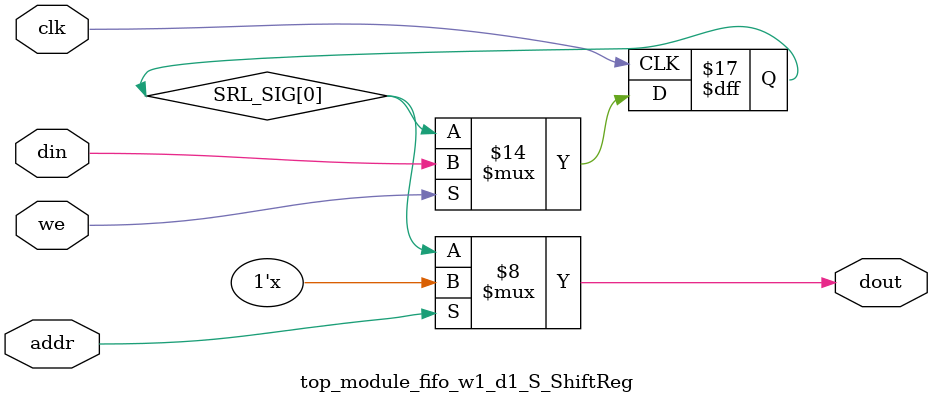
<source format=v>

`timescale 1 ns / 1 ps

module top_module_fifo_w1_d1_S
#(parameter
    MEM_STYLE   = "shiftReg",
    DATA_WIDTH  = 1,
    ADDR_WIDTH  = 1,
    DEPTH       = 1)
(
    // system signal
    input  wire                  clk,
    input  wire                  reset,

    // write
    output wire                  if_full_n,
    input  wire                  if_write_ce,
    input  wire                  if_write,
    input  wire [DATA_WIDTH-1:0] if_din,
    
    // read 
    output wire [ADDR_WIDTH:0]   if_num_data_valid, // for FRP
    output wire [ADDR_WIDTH:0]   if_fifo_cap,       // for FRP
    output wire                  if_empty_n,
    input  wire                  if_read_ce,
    input  wire                  if_read,
    output wire [DATA_WIDTH-1:0] if_dout
);
//------------------------Parameter----------------------

//------------------------Local signal-------------------
wire [ADDR_WIDTH-1:0] addr;
wire                  push;
wire                  pop;
reg signed [ADDR_WIDTH:0]   mOutPtr;
reg                   empty_n = 1'b0;
reg                   full_n  = 1'b1;
// with almost full?  no 
//------------------------Instantiation------------------
top_module_fifo_w1_d1_S_ShiftReg 
#(  .DATA_WIDTH (DATA_WIDTH),
    .ADDR_WIDTH (ADDR_WIDTH),
    .DEPTH      (DEPTH))
U_top_module_fifo_w1_d1_S_ShiftReg (
    .clk        (clk),
    .we         (push),
    .addr       (addr),
    .din        (if_din),
    .dout       (if_dout)
);
//------------------------Task and function--------------

//------------------------Body---------------------------
// has num_data_valid ? 
assign if_num_data_valid = mOutPtr + 1'b1; // yes
assign if_fifo_cap = DEPTH; // yes 

// has almost full ? 
assign if_full_n  = full_n; //no 
assign if_empty_n = empty_n;

assign push = (if_write & if_write_ce) & full_n;
assign pop  = (if_read & if_read_ce) & empty_n;
assign addr = mOutPtr[ADDR_WIDTH] == 1'b0 ? mOutPtr[ADDR_WIDTH-1:0]:{ADDR_WIDTH{1'b0}};

// full_n
always @(posedge clk ) begin
    if (reset == 1'b1)
        full_n <= 1'b1;
    else if (push & ~pop) begin
        if (mOutPtr == DEPTH - 2)
            full_n <= 1'b0;
    end
    else if (~push & pop)
        full_n <= 1'b1;
end

// almost_full_n 

// empty_n
always @(posedge clk ) begin
    if (reset == 1'b1)
        empty_n <= 1'b0;
    else if (push & ~pop)
        empty_n <= 1'b1;
    else if (~push & pop) begin
        if (mOutPtr == 0)
            empty_n <= 1'b0;
    end
end

// mOutPtr
always @(posedge clk ) begin
    if (reset == 1'b1)
        mOutPtr <= {ADDR_WIDTH+1{1'b1}};
    else if (push & ~pop)
        mOutPtr <= mOutPtr + 1'b1;
    else if (~push & pop)
        mOutPtr <= mOutPtr - 1'b1;
end

endmodule  


module top_module_fifo_w1_d1_S_ShiftReg
#(parameter
    DATA_WIDTH  = 1,
    ADDR_WIDTH  = 1,
    DEPTH       = 1)
(
    input  wire                  clk,
    input  wire                  we,
    input  wire [ADDR_WIDTH-1:0] addr,
    input  wire [DATA_WIDTH-1:0] din,
    output wire [DATA_WIDTH-1:0] dout
);

reg [DATA_WIDTH-1:0] SRL_SIG [0:DEPTH-1];
integer i;

always @ (posedge clk) begin
    if (we) begin
        for (i=0; i<DEPTH-1; i=i+1)
            SRL_SIG[i+1] <= SRL_SIG[i];
        SRL_SIG[0] <= din;
    end
end

assign dout = SRL_SIG[addr];

endmodule

</source>
